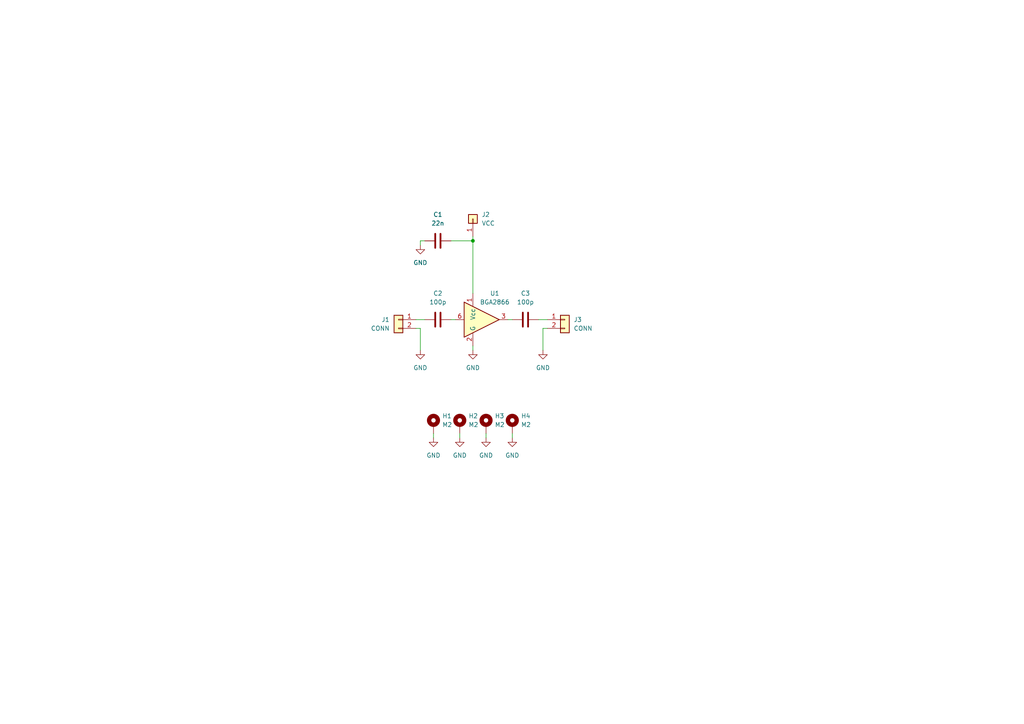
<source format=kicad_sch>
(kicad_sch (version 20211123) (generator eeschema)
  (paper "A4")
  (lib_symbols
    (symbol "Connector_Generic:Conn_01x01" (pin_names (offset 1.016) hide)
      (property "Reference" "J" (at 0 2.54 0))
      (property "Value" "Conn_01x01" (at 0 -2.54 0))
      (symbol "Conn_01x01_1_1"
        (rectangle (start -1.27 0.127) (end 0 -0.127) (stroke (width 0.1524)))
        (rectangle (start -1.27 1.27) (end 1.27 -1.27) (stroke (width 0.254)) (fill (type background)))
        (pin passive line (at -5.08 0 0) (length 3.81) (name "Pin_1") (number "1"))
      )
    )
    (symbol "Connector_Generic:Conn_01x02" (pin_names (offset 1.016) hide)
      (property "Reference" "J" (at 0 2.54 0))
      (property "Value" "Conn_01x02" (at 0 -5.08 0))
      (symbol "Conn_01x02_1_1"
        (rectangle (start -1.27 -2.413) (end 0 -2.667) (stroke (width 0.1524)))
        (rectangle (start -1.27 0.127) (end 0 -0.127) (stroke (width 0.1524)))
        (rectangle (start -1.27 1.27) (end 1.27 -3.81) (stroke (width 0.254)) (fill (type background)))
        (pin passive line (at -5.08 0 0) (length 3.81) (name "Pin_1") (number "1"))
        (pin passive line (at -5.08 -2.54 0) (length 3.81) (name "Pin_2") (number "2"))
      )
    )
    (symbol "Device:C" (pin_numbers hide) (pin_names (offset 0.254))
      (property "Reference" "C" (at 0.635 2.54 0))
      (property "Value" "C" (at 0.635 -2.54 0))
      (symbol "C_0_1"
        (polyline (pts (xy -2.032 -0.762) (xy 2.032 -0.762)) (stroke (width 0.508)))
        (polyline (pts (xy -2.032 0.762) (xy 2.032 0.762)) (stroke (width 0.508)))
      )
      (symbol "C_1_1"
        (pin passive line (at 0 3.81 270) (length 2.794) (name "~") (number "1"))
        (pin passive line (at 0 -3.81 90) (length 2.794) (name "~") (number "2"))
      )
    )
    (symbol "Mechanical:MountingHole_Pad" (pin_numbers hide) (pin_names (offset 1.016) hide)
      (property "Reference" "H" (at 0 6.35 0))
      (property "Value" "MountingHole_Pad" (at 0 4.445 0))
      (symbol "MountingHole_Pad_0_1"
        (circle (center 0 1.27) (radius 1.27) (stroke (width 1.27)))
      )
      (symbol "MountingHole_Pad_1_1"
        (pin input line (at 0 -2.54 90) (length 2.54) (name "1") (number "1"))
      )
    )
    (symbol "RF_Amplifier:BGA2866"
      (property "Reference" "U" (at 2.54 6.35 0))
      (property "Value" "BGA2866" (at 3.81 3.81 0))
      (symbol "BGA2866_0_1"
        (polyline (pts (xy 5.08 0) (xy -5.08 5.08) (xy -5.08 -5.08) (xy 5.08 0)) (stroke (width 0.254)) (fill (type background)))
      )
      (symbol "BGA2866_1_1"
        (pin power_in line (at -2.54 7.62 270) (length 3.81) (name "Vcc") (number "1"))
        (pin power_in line (at -2.54 -7.62 90) (length 3.81) (name "G") (number "2"))
        (pin output line (at 7.62 0 180) (length 2.54) (name "~") (number "3"))
        (pin passive line (at -2.54 -7.62 90) (length 3.81) hide (name "G") (number "4"))
        (pin passive line (at -2.54 -7.62 90) (length 3.81) hide (name "G") (number "5"))
        (pin input line (at -7.62 0 0) (length 2.54) (name "~") (number "6"))
      )
    )
    (symbol "power:GND" (power) (pin_names (offset 0))
      (property "Value" "GND" (at 0 -3.81 0))
      (symbol "GND_0_1"
        (polyline (pts (xy 0 0) (xy 0 -1.27) (xy 1.27 -1.27) (xy 0 -2.54) (xy -1.27 -1.27) (xy 0 -1.27)))
      )
      (symbol "GND_1_1"
        (pin power_in line (at 0 0 270) (length 0) hide (name "GND") (number "1"))
      )
    )
  )
  (junction (at 137.16 69.85))
  (wire (pts (xy 125.73 125.73) (xy 125.73 127)))
  (wire (pts (xy 133.35 125.73) (xy 133.35 127)))
  (wire (pts (xy 140.97 125.73) (xy 140.97 127)))
  (wire (pts (xy 130.81 92.71) (xy 132.08 92.71)))
  (wire (pts (xy 157.48 101.6) (xy 157.48 95.25)))
  (wire (pts (xy 130.81 69.85) (xy 137.16 69.85)))
  (wire (pts (xy 137.16 68.58) (xy 137.16 69.85)))
  (wire (pts (xy 156.21 92.71) (xy 158.75 92.71)))
  (wire (pts (xy 137.16 69.85) (xy 137.16 85.09)))
  (wire (pts (xy 147.32 92.71) (xy 148.59 92.71)))
  (wire (pts (xy 123.19 69.85) (xy 121.92 69.85)))
  (wire (pts (xy 157.48 95.25) (xy 158.75 95.25)))
  (wire (pts (xy 137.16 100.33) (xy 137.16 101.6)))
  (wire (pts (xy 120.65 92.71) (xy 123.19 92.71)))
  (wire (pts (xy 121.92 95.25) (xy 120.65 95.25)))
  (wire (pts (xy 121.92 101.6) (xy 121.92 95.25)))
  (wire (pts (xy 148.59 125.73) (xy 148.59 127)))
  (wire (pts (xy 121.92 69.85) (xy 121.92 71.12)))
  (symbol (lib_id "power:GND") (at 140.97 127 0) (unit 1)
    (property "Reference" "#PWR06" (effects hide))
    (property "Value" "GND" (at 140.97 132.08 0))
  )
  (symbol (lib_id "Mechanical:MountingHole_Pad") (at 140.97 123.19 0) (unit 1)
    (property "Reference" "H3" (at 143.51 120.6499 0) (effects (justify left)))
    (property "Value" "M2" (at 143.51 123.1899 0) (effects (justify left)))
    (property "Footprint" "modular-rf-bench-footprints:M2-hole" (effects hide))
  )
  (symbol (lib_id "Mechanical:MountingHole_Pad") (at 148.59 123.19 0) (unit 1)
    (property "Reference" "H4" (at 151.13 120.6499 0) (effects (justify left)))
    (property "Value" "M2" (at 151.13 123.1899 0) (effects (justify left)))
    (property "Footprint" "modular-rf-bench-footprints:M2-hole" (effects hide))
  )
  (symbol (lib_id "power:GND") (at 137.16 101.6 0) (unit 1)
    (property "Reference" "#PWR05" (effects hide))
    (property "Value" "GND" (at 137.16 106.68 0))
  )
  (symbol (lib_id "power:GND") (at 125.73 127 0) (unit 1)
    (property "Reference" "#PWR03" (effects hide))
    (property "Value" "GND" (at 125.73 132.08 0))
  )
  (symbol (lib_id "power:GND") (at 121.92 101.6 0) (mirror y) (unit 1)
    (property "Reference" "#PWR02" (effects hide))
    (property "Value" "GND" (at 121.92 106.68 0))
  )
  (symbol (lib_id "power:GND") (at 157.48 101.6 0) (unit 1)
    (property "Reference" "#PWR08" (effects hide))
    (property "Value" "GND" (at 157.48 106.68 0))
  )
  (symbol (lib_id "power:GND") (at 133.35 127 0) (unit 1)
    (property "Reference" "#PWR04" (effects hide))
    (property "Value" "GND" (at 133.35 132.08 0))
  )
  (symbol (lib_id "Connector_Generic:Conn_01x02") (at 115.57 92.71 0) (mirror y) (unit 1)
    (property "Reference" "J1" (at 113.03 92.7099 0) (effects (justify left)))
    (property "Value" "CONN" (at 113.03 95.2499 0) (effects (justify left)))
    (property "Footprint" "modular-rf-bench-footprints:edge-connector" (effects hide))
  )
  (symbol (lib_id "RF_Amplifier:BGA2866") (at 139.7 92.71 0) (unit 1)
    (property "Reference" "U1" (at 143.51 85.09 0))
    (property "Value" "BGA2866" (at 143.51 87.63 0))
    (property "Footprint" "Package_TO_SOT_SMD:SOT-363_SC-70-6" (effects hide))
    (property "Datasheet" "https://www.nxp.com/docs/en/data-sheet/BGA2866.pdf" (effects hide))
  )
  (symbol (lib_id "Device:C") (at 127 69.85 90) (unit 1)
    (property "Reference" "C1" (at 127 62.23 90))
    (property "Value" "22n" (at 127 64.77 90))
    (property "Footprint" "Capacitor_SMD:C_0603_1608Metric" (effects hide))
  )
  (symbol (lib_id "Connector_Generic:Conn_01x01") (at 137.16 63.5 90) (unit 1)
    (property "Reference" "J2" (at 139.7 62.2299 90) (effects (justify right)))
    (property "Value" "VCC" (at 139.7 64.7699 90) (effects (justify right)))
    (property "Footprint" "Connector_Wire:SolderWire-0.25sqmm_1x01_D0.65mm_OD1.7mm" (effects hide))
  )
  (symbol (lib_id "power:GND") (at 121.92 71.12 0) (unit 1)
    (property "Reference" "#PWR01" (effects hide))
    (property "Value" "GND" (at 121.92 76.2 0))
  )
  (symbol (lib_id "power:GND") (at 148.59 127 0) (unit 1)
    (property "Reference" "#PWR07" (effects hide))
    (property "Value" "GND" (at 148.59 132.08 0))
  )
  (symbol (lib_id "Connector_Generic:Conn_01x02") (at 163.83 92.71 0) (unit 1)
    (property "Reference" "J3" (at 166.37 92.7099 0) (effects (justify left)))
    (property "Value" "CONN" (at 166.37 95.2499 0) (effects (justify left)))
    (property "Footprint" "modular-rf-bench-footprints:edge-connector" (effects hide))
  )
  (symbol (lib_id "Device:C") (at 152.4 92.71 90) (unit 1)
    (property "Reference" "C3" (at 152.4 85.09 90))
    (property "Value" "100p" (at 152.4 87.63 90))
    (property "Footprint" "Capacitor_SMD:C_0603_1608Metric" (effects hide))
  )
  (symbol (lib_id "Mechanical:MountingHole_Pad") (at 125.73 123.19 0) (unit 1)
    (property "Reference" "H1" (at 128.27 120.6499 0) (effects (justify left)))
    (property "Value" "M2" (at 128.27 123.1899 0) (effects (justify left)))
    (property "Footprint" "modular-rf-bench-footprints:M2-hole" (effects hide))
  )
  (symbol (lib_id "Mechanical:MountingHole_Pad") (at 133.35 123.19 0) (unit 1)
    (property "Reference" "H2" (at 135.89 120.6499 0) (effects (justify left)))
    (property "Value" "M2" (at 135.89 123.1899 0) (effects (justify left)))
    (property "Footprint" "modular-rf-bench-footprints:M2-hole" (effects hide))
  )
  (symbol (lib_id "Device:C") (at 127 92.71 90) (unit 1)
    (property "Reference" "C2" (at 127 85.09 90))
    (property "Value" "100p" (at 127 87.63 90))
    (property "Footprint" "Capacitor_SMD:C_0603_1608Metric" (effects hide))
  )
)
</source>
